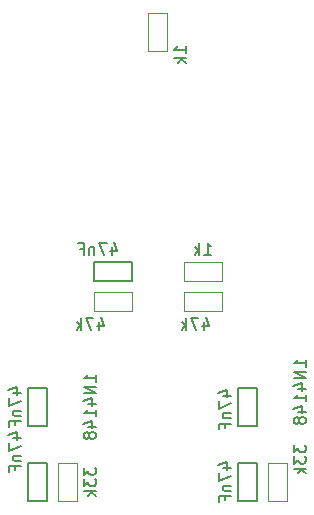
<source format=gbr>
G04 #@! TF.FileFunction,Other,Fab,Bot*
%FSLAX46Y46*%
G04 Gerber Fmt 4.6, Leading zero omitted, Abs format (unit mm)*
G04 Created by KiCad (PCBNEW 4.0.5+dfsg1-4) date Sat Apr 22 20:53:29 2017*
%MOMM*%
%LPD*%
G01*
G04 APERTURE LIST*
%ADD10C,0.100000*%
%ADD11C,0.150000*%
G04 APERTURE END LIST*
D10*
D11*
X175590000Y-113830000D02*
X175590000Y-112230000D01*
X172390000Y-113830000D02*
X175590000Y-113830000D01*
X172390000Y-112230000D02*
X172390000Y-113830000D01*
X175590000Y-112230000D02*
X172390000Y-112230000D01*
X166840000Y-126060000D02*
X168440000Y-126060000D01*
X166840000Y-122860000D02*
X166840000Y-126060000D01*
X168440000Y-122860000D02*
X166840000Y-122860000D01*
X168440000Y-126060000D02*
X168440000Y-122860000D01*
X168440000Y-129210000D02*
X166840000Y-129210000D01*
X168440000Y-132410000D02*
X168440000Y-129210000D01*
X166840000Y-132410000D02*
X168440000Y-132410000D01*
X166840000Y-129210000D02*
X166840000Y-132410000D01*
D10*
X170980000Y-129210000D02*
X169380000Y-129210000D01*
X170980000Y-132410000D02*
X170980000Y-129210000D01*
X169380000Y-132410000D02*
X170980000Y-132410000D01*
X169380000Y-129210000D02*
X169380000Y-132410000D01*
X175590000Y-116370000D02*
X175590000Y-114770000D01*
X172390000Y-116370000D02*
X175590000Y-116370000D01*
X172390000Y-114770000D02*
X172390000Y-116370000D01*
X175590000Y-114770000D02*
X172390000Y-114770000D01*
D11*
X186220000Y-129210000D02*
X184620000Y-129210000D01*
X186220000Y-132410000D02*
X186220000Y-129210000D01*
X184620000Y-132410000D02*
X186220000Y-132410000D01*
X184620000Y-129210000D02*
X184620000Y-132410000D01*
X184620000Y-126060000D02*
X186220000Y-126060000D01*
X184620000Y-122860000D02*
X184620000Y-126060000D01*
X186220000Y-122860000D02*
X184620000Y-122860000D01*
X186220000Y-126060000D02*
X186220000Y-122860000D01*
D10*
X188760000Y-129210000D02*
X187160000Y-129210000D01*
X188760000Y-132410000D02*
X188760000Y-129210000D01*
X187160000Y-132410000D02*
X188760000Y-132410000D01*
X187160000Y-129210000D02*
X187160000Y-132410000D01*
X183210000Y-113830000D02*
X183210000Y-112230000D01*
X180010000Y-113830000D02*
X183210000Y-113830000D01*
X180010000Y-112230000D02*
X180010000Y-113830000D01*
X183210000Y-112230000D02*
X180010000Y-112230000D01*
X180010000Y-114770000D02*
X180010000Y-116370000D01*
X183210000Y-114770000D02*
X180010000Y-114770000D01*
X183210000Y-116370000D02*
X183210000Y-114770000D01*
X180010000Y-116370000D02*
X183210000Y-116370000D01*
X178600000Y-91110000D02*
X177000000Y-91110000D01*
X178600000Y-94310000D02*
X178600000Y-91110000D01*
X177000000Y-94310000D02*
X178600000Y-94310000D01*
X177000000Y-91110000D02*
X177000000Y-94310000D01*
D11*
X173886666Y-110910714D02*
X173886666Y-111577381D01*
X174124762Y-110529762D02*
X174362857Y-111244048D01*
X173743809Y-111244048D01*
X173458095Y-110577381D02*
X172791428Y-110577381D01*
X173220000Y-111577381D01*
X172410476Y-110910714D02*
X172410476Y-111577381D01*
X172410476Y-111005952D02*
X172362857Y-110958333D01*
X172267619Y-110910714D01*
X172124761Y-110910714D01*
X172029523Y-110958333D01*
X171981904Y-111053571D01*
X171981904Y-111577381D01*
X171172380Y-111053571D02*
X171505714Y-111053571D01*
X171505714Y-111577381D02*
X171505714Y-110577381D01*
X171029523Y-110577381D01*
X165520714Y-123293334D02*
X166187381Y-123293334D01*
X165139762Y-123055238D02*
X165854048Y-122817143D01*
X165854048Y-123436191D01*
X165187381Y-123721905D02*
X165187381Y-124388572D01*
X166187381Y-123960000D01*
X165520714Y-124769524D02*
X166187381Y-124769524D01*
X165615952Y-124769524D02*
X165568333Y-124817143D01*
X165520714Y-124912381D01*
X165520714Y-125055239D01*
X165568333Y-125150477D01*
X165663571Y-125198096D01*
X166187381Y-125198096D01*
X165663571Y-126007620D02*
X165663571Y-125674286D01*
X166187381Y-125674286D02*
X165187381Y-125674286D01*
X165187381Y-126150477D01*
X165520714Y-127103334D02*
X166187381Y-127103334D01*
X165139762Y-126865238D02*
X165854048Y-126627143D01*
X165854048Y-127246191D01*
X165187381Y-127531905D02*
X165187381Y-128198572D01*
X166187381Y-127770000D01*
X165520714Y-128579524D02*
X166187381Y-128579524D01*
X165615952Y-128579524D02*
X165568333Y-128627143D01*
X165520714Y-128722381D01*
X165520714Y-128865239D01*
X165568333Y-128960477D01*
X165663571Y-129008096D01*
X166187381Y-129008096D01*
X165663571Y-129817620D02*
X165663571Y-129484286D01*
X166187381Y-129484286D02*
X165187381Y-129484286D01*
X165187381Y-129960477D01*
X171537381Y-129595714D02*
X171537381Y-130214762D01*
X171918333Y-129881428D01*
X171918333Y-130024286D01*
X171965952Y-130119524D01*
X172013571Y-130167143D01*
X172108810Y-130214762D01*
X172346905Y-130214762D01*
X172442143Y-130167143D01*
X172489762Y-130119524D01*
X172537381Y-130024286D01*
X172537381Y-129738571D01*
X172489762Y-129643333D01*
X172442143Y-129595714D01*
X171537381Y-130548095D02*
X171537381Y-131167143D01*
X171918333Y-130833809D01*
X171918333Y-130976667D01*
X171965952Y-131071905D01*
X172013571Y-131119524D01*
X172108810Y-131167143D01*
X172346905Y-131167143D01*
X172442143Y-131119524D01*
X172489762Y-131071905D01*
X172537381Y-130976667D01*
X172537381Y-130690952D01*
X172489762Y-130595714D01*
X172442143Y-130548095D01*
X172537381Y-131595714D02*
X171537381Y-131595714D01*
X172156429Y-131690952D02*
X172537381Y-131976667D01*
X171870714Y-131976667D02*
X172251667Y-131595714D01*
X172775476Y-117260714D02*
X172775476Y-117927381D01*
X173013572Y-116879762D02*
X173251667Y-117594048D01*
X172632619Y-117594048D01*
X172346905Y-116927381D02*
X171680238Y-116927381D01*
X172108810Y-117927381D01*
X171299286Y-117927381D02*
X171299286Y-116927381D01*
X171204048Y-117546429D02*
X170918333Y-117927381D01*
X170918333Y-117260714D02*
X171299286Y-117641667D01*
X172537381Y-122317143D02*
X172537381Y-121745714D01*
X172537381Y-122031428D02*
X171537381Y-122031428D01*
X171680238Y-121936190D01*
X171775476Y-121840952D01*
X171823095Y-121745714D01*
X172537381Y-122745714D02*
X171537381Y-122745714D01*
X172537381Y-123317143D01*
X171537381Y-123317143D01*
X171870714Y-124221905D02*
X172537381Y-124221905D01*
X171489762Y-123983809D02*
X172204048Y-123745714D01*
X172204048Y-124364762D01*
X172537381Y-125269524D02*
X172537381Y-124698095D01*
X172537381Y-124983809D02*
X171537381Y-124983809D01*
X171680238Y-124888571D01*
X171775476Y-124793333D01*
X171823095Y-124698095D01*
X171870714Y-126126667D02*
X172537381Y-126126667D01*
X171489762Y-125888571D02*
X172204048Y-125650476D01*
X172204048Y-126269524D01*
X171965952Y-126793333D02*
X171918333Y-126698095D01*
X171870714Y-126650476D01*
X171775476Y-126602857D01*
X171727857Y-126602857D01*
X171632619Y-126650476D01*
X171585000Y-126698095D01*
X171537381Y-126793333D01*
X171537381Y-126983810D01*
X171585000Y-127079048D01*
X171632619Y-127126667D01*
X171727857Y-127174286D01*
X171775476Y-127174286D01*
X171870714Y-127126667D01*
X171918333Y-127079048D01*
X171965952Y-126983810D01*
X171965952Y-126793333D01*
X172013571Y-126698095D01*
X172061190Y-126650476D01*
X172156429Y-126602857D01*
X172346905Y-126602857D01*
X172442143Y-126650476D01*
X172489762Y-126698095D01*
X172537381Y-126793333D01*
X172537381Y-126983810D01*
X172489762Y-127079048D01*
X172442143Y-127126667D01*
X172346905Y-127174286D01*
X172156429Y-127174286D01*
X172061190Y-127126667D01*
X172013571Y-127079048D01*
X171965952Y-126983810D01*
X190317381Y-121047143D02*
X190317381Y-120475714D01*
X190317381Y-120761428D02*
X189317381Y-120761428D01*
X189460238Y-120666190D01*
X189555476Y-120570952D01*
X189603095Y-120475714D01*
X190317381Y-121475714D02*
X189317381Y-121475714D01*
X190317381Y-122047143D01*
X189317381Y-122047143D01*
X189650714Y-122951905D02*
X190317381Y-122951905D01*
X189269762Y-122713809D02*
X189984048Y-122475714D01*
X189984048Y-123094762D01*
X190317381Y-123999524D02*
X190317381Y-123428095D01*
X190317381Y-123713809D02*
X189317381Y-123713809D01*
X189460238Y-123618571D01*
X189555476Y-123523333D01*
X189603095Y-123428095D01*
X189650714Y-124856667D02*
X190317381Y-124856667D01*
X189269762Y-124618571D02*
X189984048Y-124380476D01*
X189984048Y-124999524D01*
X189745952Y-125523333D02*
X189698333Y-125428095D01*
X189650714Y-125380476D01*
X189555476Y-125332857D01*
X189507857Y-125332857D01*
X189412619Y-125380476D01*
X189365000Y-125428095D01*
X189317381Y-125523333D01*
X189317381Y-125713810D01*
X189365000Y-125809048D01*
X189412619Y-125856667D01*
X189507857Y-125904286D01*
X189555476Y-125904286D01*
X189650714Y-125856667D01*
X189698333Y-125809048D01*
X189745952Y-125713810D01*
X189745952Y-125523333D01*
X189793571Y-125428095D01*
X189841190Y-125380476D01*
X189936429Y-125332857D01*
X190126905Y-125332857D01*
X190222143Y-125380476D01*
X190269762Y-125428095D01*
X190317381Y-125523333D01*
X190317381Y-125713810D01*
X190269762Y-125809048D01*
X190222143Y-125856667D01*
X190126905Y-125904286D01*
X189936429Y-125904286D01*
X189841190Y-125856667D01*
X189793571Y-125809048D01*
X189745952Y-125713810D01*
X183300714Y-129643334D02*
X183967381Y-129643334D01*
X182919762Y-129405238D02*
X183634048Y-129167143D01*
X183634048Y-129786191D01*
X182967381Y-130071905D02*
X182967381Y-130738572D01*
X183967381Y-130310000D01*
X183300714Y-131119524D02*
X183967381Y-131119524D01*
X183395952Y-131119524D02*
X183348333Y-131167143D01*
X183300714Y-131262381D01*
X183300714Y-131405239D01*
X183348333Y-131500477D01*
X183443571Y-131548096D01*
X183967381Y-131548096D01*
X183443571Y-132357620D02*
X183443571Y-132024286D01*
X183967381Y-132024286D02*
X182967381Y-132024286D01*
X182967381Y-132500477D01*
X183300714Y-123504134D02*
X183967381Y-123504134D01*
X182919762Y-123266038D02*
X183634048Y-123027943D01*
X183634048Y-123646991D01*
X182967381Y-123932705D02*
X182967381Y-124599372D01*
X183967381Y-124170800D01*
X183300714Y-124980324D02*
X183967381Y-124980324D01*
X183395952Y-124980324D02*
X183348333Y-125027943D01*
X183300714Y-125123181D01*
X183300714Y-125266039D01*
X183348333Y-125361277D01*
X183443571Y-125408896D01*
X183967381Y-125408896D01*
X183443571Y-126218420D02*
X183443571Y-125885086D01*
X183967381Y-125885086D02*
X182967381Y-125885086D01*
X182967381Y-126361277D01*
X189317381Y-127690714D02*
X189317381Y-128309762D01*
X189698333Y-127976428D01*
X189698333Y-128119286D01*
X189745952Y-128214524D01*
X189793571Y-128262143D01*
X189888810Y-128309762D01*
X190126905Y-128309762D01*
X190222143Y-128262143D01*
X190269762Y-128214524D01*
X190317381Y-128119286D01*
X190317381Y-127833571D01*
X190269762Y-127738333D01*
X190222143Y-127690714D01*
X189317381Y-128643095D02*
X189317381Y-129262143D01*
X189698333Y-128928809D01*
X189698333Y-129071667D01*
X189745952Y-129166905D01*
X189793571Y-129214524D01*
X189888810Y-129262143D01*
X190126905Y-129262143D01*
X190222143Y-129214524D01*
X190269762Y-129166905D01*
X190317381Y-129071667D01*
X190317381Y-128785952D01*
X190269762Y-128690714D01*
X190222143Y-128643095D01*
X190317381Y-129690714D02*
X189317381Y-129690714D01*
X189936429Y-129785952D02*
X190317381Y-130071667D01*
X189650714Y-130071667D02*
X190031667Y-129690714D01*
X181729047Y-111577381D02*
X182300476Y-111577381D01*
X182014762Y-111577381D02*
X182014762Y-110577381D01*
X182110000Y-110720238D01*
X182205238Y-110815476D01*
X182300476Y-110863095D01*
X181300476Y-111577381D02*
X181300476Y-110577381D01*
X181205238Y-111196429D02*
X180919523Y-111577381D01*
X180919523Y-110910714D02*
X181300476Y-111291667D01*
X181665476Y-117260714D02*
X181665476Y-117927381D01*
X181903572Y-116879762D02*
X182141667Y-117594048D01*
X181522619Y-117594048D01*
X181236905Y-116927381D02*
X180570238Y-116927381D01*
X180998810Y-117927381D01*
X180189286Y-117927381D02*
X180189286Y-116927381D01*
X180094048Y-117546429D02*
X179808333Y-117927381D01*
X179808333Y-117260714D02*
X180189286Y-117641667D01*
X180157381Y-94495953D02*
X180157381Y-93924524D01*
X180157381Y-94210238D02*
X179157381Y-94210238D01*
X179300238Y-94115000D01*
X179395476Y-94019762D01*
X179443095Y-93924524D01*
X180157381Y-94924524D02*
X179157381Y-94924524D01*
X179776429Y-95019762D02*
X180157381Y-95305477D01*
X179490714Y-95305477D02*
X179871667Y-94924524D01*
M02*

</source>
